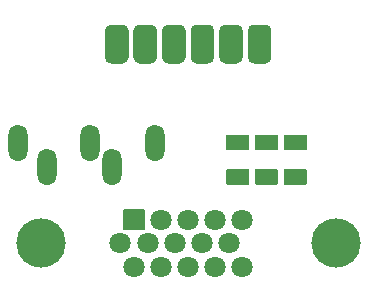
<source format=gbr>
G04 #@! TF.GenerationSoftware,KiCad,Pcbnew,(5.1.10-1-10_14)*
G04 #@! TF.CreationDate,2021-10-23T22:13:40-04:00*
G04 #@! TF.ProjectId,SNES2VGA,534e4553-3256-4474-912e-6b696361645f,1*
G04 #@! TF.SameCoordinates,Original*
G04 #@! TF.FileFunction,Soldermask,Bot*
G04 #@! TF.FilePolarity,Negative*
%FSLAX46Y46*%
G04 Gerber Fmt 4.6, Leading zero omitted, Abs format (unit mm)*
G04 Created by KiCad (PCBNEW (5.1.10-1-10_14)) date 2021-10-23 22:13:40*
%MOMM*%
%LPD*%
G01*
G04 APERTURE LIST*
%ADD10O,1.609600X3.117600*%
%ADD11C,1.801600*%
%ADD12C,4.167600*%
G04 APERTURE END LIST*
G36*
G01*
X144220000Y-97819200D02*
X146040000Y-97819200D01*
G75*
G02*
X146090800Y-97870000I0J-50800D01*
G01*
X146090800Y-99070000D01*
G75*
G02*
X146040000Y-99120800I-50800J0D01*
G01*
X144220000Y-99120800D01*
G75*
G02*
X144169200Y-99070000I0J50800D01*
G01*
X144169200Y-97870000D01*
G75*
G02*
X144220000Y-97819200I50800J0D01*
G01*
G37*
G36*
G01*
X144220000Y-100739200D02*
X146040000Y-100739200D01*
G75*
G02*
X146090800Y-100790000I0J-50800D01*
G01*
X146090800Y-101990000D01*
G75*
G02*
X146040000Y-102040800I-50800J0D01*
G01*
X144220000Y-102040800D01*
G75*
G02*
X144169200Y-101990000I0J50800D01*
G01*
X144169200Y-100790000D01*
G75*
G02*
X144220000Y-100739200I50800J0D01*
G01*
G37*
G36*
G01*
X146650000Y-97819200D02*
X148470000Y-97819200D01*
G75*
G02*
X148520800Y-97870000I0J-50800D01*
G01*
X148520800Y-99070000D01*
G75*
G02*
X148470000Y-99120800I-50800J0D01*
G01*
X146650000Y-99120800D01*
G75*
G02*
X146599200Y-99070000I0J50800D01*
G01*
X146599200Y-97870000D01*
G75*
G02*
X146650000Y-97819200I50800J0D01*
G01*
G37*
G36*
G01*
X146650000Y-100739200D02*
X148470000Y-100739200D01*
G75*
G02*
X148520800Y-100790000I0J-50800D01*
G01*
X148520800Y-101990000D01*
G75*
G02*
X148470000Y-102040800I-50800J0D01*
G01*
X146650000Y-102040800D01*
G75*
G02*
X146599200Y-101990000I0J50800D01*
G01*
X146599200Y-100790000D01*
G75*
G02*
X146650000Y-100739200I50800J0D01*
G01*
G37*
G36*
G01*
X149090000Y-97819200D02*
X150910000Y-97819200D01*
G75*
G02*
X150960800Y-97870000I0J-50800D01*
G01*
X150960800Y-99070000D01*
G75*
G02*
X150910000Y-99120800I-50800J0D01*
G01*
X149090000Y-99120800D01*
G75*
G02*
X149039200Y-99070000I0J50800D01*
G01*
X149039200Y-97870000D01*
G75*
G02*
X149090000Y-97819200I50800J0D01*
G01*
G37*
G36*
G01*
X149090000Y-100739200D02*
X150910000Y-100739200D01*
G75*
G02*
X150960800Y-100790000I0J-50800D01*
G01*
X150960800Y-101990000D01*
G75*
G02*
X150910000Y-102040800I-50800J0D01*
G01*
X149090000Y-102040800D01*
G75*
G02*
X149039200Y-101990000I0J50800D01*
G01*
X149039200Y-100790000D01*
G75*
G02*
X149090000Y-100739200I50800J0D01*
G01*
G37*
D10*
X126550000Y-98550000D03*
X128950000Y-100550000D03*
X132650000Y-98550000D03*
X134450000Y-100550000D03*
X138150000Y-98550000D03*
G36*
G01*
X145979200Y-91290400D02*
X145979200Y-88989600D01*
G75*
G02*
X146479600Y-88489200I500400J0D01*
G01*
X147480400Y-88489200D01*
G75*
G02*
X147980800Y-88989600I0J-500400D01*
G01*
X147980800Y-91290400D01*
G75*
G02*
X147480400Y-91790800I-500400J0D01*
G01*
X146479600Y-91790800D01*
G75*
G02*
X145979200Y-91290400I0J500400D01*
G01*
G37*
G36*
G01*
X143559200Y-91290400D02*
X143559200Y-88989600D01*
G75*
G02*
X144059600Y-88489200I500400J0D01*
G01*
X145060400Y-88489200D01*
G75*
G02*
X145560800Y-88989600I0J-500400D01*
G01*
X145560800Y-91290400D01*
G75*
G02*
X145060400Y-91790800I-500400J0D01*
G01*
X144059600Y-91790800D01*
G75*
G02*
X143559200Y-91290400I0J500400D01*
G01*
G37*
G36*
G01*
X141139200Y-91290400D02*
X141139200Y-88989600D01*
G75*
G02*
X141639600Y-88489200I500400J0D01*
G01*
X142640400Y-88489200D01*
G75*
G02*
X143140800Y-88989600I0J-500400D01*
G01*
X143140800Y-91290400D01*
G75*
G02*
X142640400Y-91790800I-500400J0D01*
G01*
X141639600Y-91790800D01*
G75*
G02*
X141139200Y-91290400I0J500400D01*
G01*
G37*
G36*
G01*
X138719200Y-91290400D02*
X138719200Y-88989600D01*
G75*
G02*
X139219600Y-88489200I500400J0D01*
G01*
X140220400Y-88489200D01*
G75*
G02*
X140720800Y-88989600I0J-500400D01*
G01*
X140720800Y-91290400D01*
G75*
G02*
X140220400Y-91790800I-500400J0D01*
G01*
X139219600Y-91790800D01*
G75*
G02*
X138719200Y-91290400I0J500400D01*
G01*
G37*
G36*
G01*
X136299200Y-91290400D02*
X136299200Y-88989600D01*
G75*
G02*
X136799600Y-88489200I500400J0D01*
G01*
X137800400Y-88489200D01*
G75*
G02*
X138300800Y-88989600I0J-500400D01*
G01*
X138300800Y-91290400D01*
G75*
G02*
X137800400Y-91790800I-500400J0D01*
G01*
X136799600Y-91790800D01*
G75*
G02*
X136299200Y-91290400I0J500400D01*
G01*
G37*
G36*
G01*
X133879200Y-91290400D02*
X133879200Y-88989600D01*
G75*
G02*
X134379600Y-88489200I500400J0D01*
G01*
X135380400Y-88489200D01*
G75*
G02*
X135880800Y-88989600I0J-500400D01*
G01*
X135880800Y-91290400D01*
G75*
G02*
X135380400Y-91790800I-500400J0D01*
G01*
X134379600Y-91790800D01*
G75*
G02*
X133879200Y-91290400I0J500400D01*
G01*
G37*
D11*
X145505000Y-108980000D03*
X143215000Y-108980000D03*
X140925000Y-108980000D03*
X138635000Y-108980000D03*
X136345000Y-108980000D03*
X144360000Y-107000000D03*
X142070000Y-107000000D03*
X139780000Y-107000000D03*
X137490000Y-107000000D03*
X135200000Y-107000000D03*
X145505000Y-105020000D03*
X143215000Y-105020000D03*
X140925000Y-105020000D03*
X138635000Y-105020000D03*
D12*
X153420000Y-107000000D03*
X128430000Y-107000000D03*
G36*
G01*
X135444200Y-105870000D02*
X135444200Y-104170000D01*
G75*
G02*
X135495000Y-104119200I50800J0D01*
G01*
X137195000Y-104119200D01*
G75*
G02*
X137245800Y-104170000I0J-50800D01*
G01*
X137245800Y-105870000D01*
G75*
G02*
X137195000Y-105920800I-50800J0D01*
G01*
X135495000Y-105920800D01*
G75*
G02*
X135444200Y-105870000I0J50800D01*
G01*
G37*
M02*

</source>
